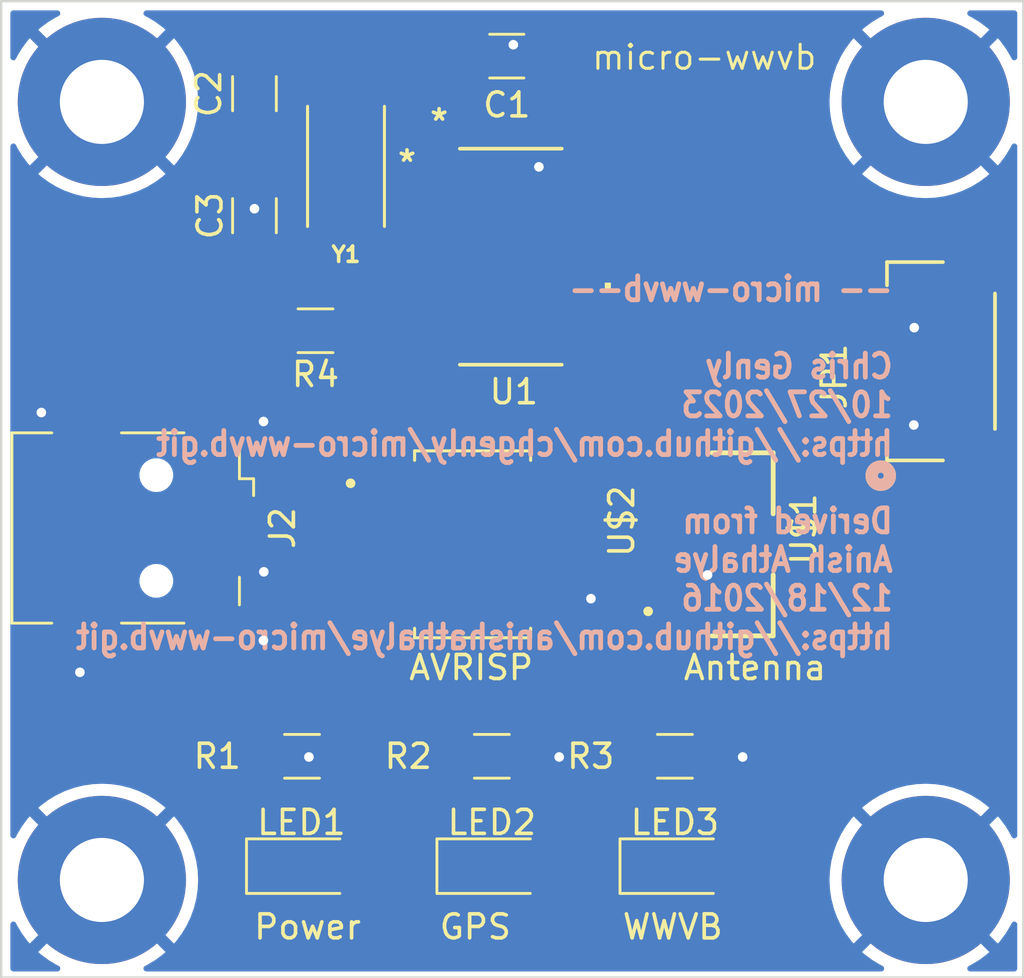
<source format=kicad_pcb>
(kicad_pcb (version 20221018) (generator pcbnew)
  (layers (0 "F.Cu" signal) (31 "B.Cu" signal) (34 "B.Paste" user) (35 "F.Paste" user) (36 "B.SilkS" user "B.Silkscreen") (37 "F.SilkS" user "F.Silkscreen") (38 "B.Mask" user) (39 "F.Mask" user) (44 "Edge.Cuts" user))
  (net 0 "")
  (net 1 "GND")
  (net 3 "VCC")
  (net 4 "Net-(U1-XTAL1{slash}PB0)")
  (net 5 "Net-(U1-XTAL2{slash}PB1)")
  (net 10 "Net-(U1-PA2)")
  (net 11 "Net-(U1-PA3)")
  (net 13 "Net-(LED1-K)")
  (net 14 "Net-(LED2-K)")
  (net 15 "Net-(LED2-A)")
  (net 16 "Net-(LED3-K)")
  (net 17 "Net-(LED3-A)")
  (net 18 "Net-(U1-~{RESET}{slash}PB3)")
  (net 19 "Net-(U1-PA5)")
  (net 20 "Net-(U1-PA6)")
  (net 21 "Net-(U1-PA4)")
  (footprint "Capacitor_SMD:C_1206_3216Metric_Pad1.33x1.80mm_HandSolder" (layer "F.Cu") (at 154.0125 50.8)
    (fp_text reference "C1" (at 0 2.032) (layer "F.SilkS"))
    (fp_text value "1 uF")
    (fp_line (start -0.711252 -0.91) (end 0.711252 -0.91) (stroke (width 0.12)) (layer "F.SilkS"))
    (fp_line (start -0.711252 0.91) (end 0.711252 0.91) (stroke (width 0.12)) (layer "F.SilkS"))
    (pad "1" smd roundrect (at -1.5625 0) (size 1.325 1.8) (layers "F.Cu" "F.Paste" "F.Mask") (roundrect_rratio 0.188679) (net 3 "VCC"))
    (pad "2" smd roundrect (at 1.5625 0) (size 1.325 1.8) (layers "F.Cu" "F.Paste" "F.Mask") (roundrect_rratio 0.188679) (net 1 "GND"))
  )
  (footprint "LED_SMD:LED_1206_3216Metric" (layer "F.Cu") (at 161.01 84.5149)
    (fp_text reference "LED3" (at 0 -1.82) (layer "F.SilkS"))
    (fp_text value "Blue(WWVB)")
    (fp_line (start -2.285 -1.135) (end -2.285 1.135) (stroke (width 0.12)) (layer "F.SilkS"))
    (fp_line (start -2.285 1.135) (end 1.6 1.135) (stroke (width 0.12)) (layer "F.SilkS"))
    (fp_line (start 1.6 -1.135) (end -2.285 -1.135) (stroke (width 0.12)) (layer "F.SilkS"))
    (pad "1" smd roundrect (at -1.4 0) (size 1.25 1.75) (layers "F.Cu" "F.Paste" "F.Mask") (roundrect_rratio 0.2) (net 16 "Net-(LED3-K)"))
    (pad "2" smd roundrect (at 1.4 0) (size 1.25 1.75) (layers "F.Cu" "F.Paste" "F.Mask") (roundrect_rratio 0.2) (net 17 "Net-(LED3-A)"))
  )
  (footprint "local-ispsmd:AMPHENOL_10125394-T0803ALF" (layer "F.Cu") (at 152.59 71.12 -90)
    (fp_text reference "U$2" (at -0.965 -6.205 -90) (layer "F.SilkS"))
    (fp_text value "10125394-T0803ALF")
    (fp_line (start -3.89 -2.415) (end -3.495 -2.415) (stroke (width 0.127)) (layer "F.SilkS"))
    (fp_line (start -3.89 2.415) (end -3.89 -2.415) (stroke (width 0.127)) (layer "F.SilkS"))
    (fp_line (start -3.495 2.415) (end -3.89 2.415) (stroke (width 0.127)) (layer "F.SilkS"))
    (fp_line (start 3.495 -2.415) (end 3.89 -2.415) (stroke (width 0.127)) (layer "F.SilkS"))
    (fp_line (start 3.89 -2.415) (end 3.89 2.415) (stroke (width 0.127)) (layer "F.SilkS"))
    (fp_line (start 3.89 2.415) (end 3.495 2.415) (stroke (width 0.127)) (layer "F.SilkS"))
    (fp_circle (center -2.54 5.08) (end -2.44 5.08) (stroke (width 0.2)) (fill none) (layer "F.SilkS"))
    (pad "A01" smd rect (at -2.54 2.73 270) (size 1.27 3.18) (layers "F.Cu" "F.Paste" "F.Mask") (net 19 "Net-(U1-PA5)"))
    (pad "A02" smd rect (at 0 2.73 270) (size 1.27 3.18) (layers "F.Cu" "F.Paste" "F.Mask") (net 21 "Net-(U1-PA4)"))
    (pad "A03" smd rect (at 2.54 2.73 270) (size 1.27 3.18) (layers "F.Cu" "F.Paste" "F.Mask") (net 18 "Net-(U1-~{RESET}{slash}PB3)"))
    (pad "B01" smd rect (at -2.54 -2.73 270) (size 1.27 3.18) (layers "F.Cu" "F.Paste" "F.Mask") (net 3 "VCC"))
    (pad "B02" smd rect (at 0 -2.73 270) (size 1.27 3.18) (layers "F.Cu" "F.Paste" "F.Mask") (net 20 "Net-(U1-PA6)"))
    (pad "B03" smd rect (at 2.54 -2.73 270) (size 1.27 3.18) (layers "F.Cu" "F.Paste" "F.Mask") (net 1 "GND"))
  )
  (footprint "local-SM06B_SRSS_TB:CONN_SM06B-SRSS-TB_JST" (layer "F.Cu") (at 172.085 63.5 90)
    (fp_text reference "JP1" (at -0.635 -4.445 90 unlocked) (layer "F.SilkS"))
    (fp_text value "SM06B-SRSS-TB")
    (fp_circle (center -4.7625 -2.506701) (end -4.3815 -2.506701) (stroke (width 0.508)) (fill none) (layer "B.SilkS"))
    (fp_line (start -4.1275 -2.2479) (end -4.1275 0.08306) (stroke (width 0.1524)) (layer "F.SilkS"))
    (fp_line (start -3.16294 -2.2479) (end -4.1275 -2.2479) (stroke (width 0.1524)) (layer "F.SilkS"))
    (fp_line (start -2.81956 2.2479) (end 2.81956 2.2479) (stroke (width 0.1524)) (layer "F.SilkS"))
    (fp_line (start 4.1275 -2.2479) (end 3.16294 -2.2479) (stroke (width 0.1524)) (layer "F.SilkS"))
    (fp_line (start 4.1275 0.08306) (end 4.1275 -2.2479) (stroke (width 0.1524)) (layer "F.SilkS"))
    (fp_circle (center -4.7625 -2.506701) (end -4.3815 -2.506701) (stroke (width 0.508)) (fill none) (layer "F.SilkS"))
    (pad "1" smd rect (at -2.5 -2.506701 90) (size 0.6604 1.5494) (layers "F.Cu" "F.Paste" "F.Mask") (net 1 "GND"))
    (pad "2" smd rect (at -1.5 -2.506701 90) (size 0.6604 1.5494) (layers "F.Cu" "F.Paste" "F.Mask") (net 3 "VCC"))
    (pad "3" smd rect (at -0.499999 -2.506701 90) (size 0.6604 1.5494) (layers "F.Cu" "F.Paste" "F.Mask") (net 11 "Net-(U1-PA3)"))
    (pad "4" smd rect (at 0.499999 -2.506701 90) (size 0.6604 1.5494) (layers "F.Cu" "F.Paste" "F.Mask") (net 10 "Net-(U1-PA2)"))
    (pad "5" smd rect (at 1.5 -2.506701 90) (size 0.6604 1.5494) (layers "F.Cu" "F.Paste" "F.Mask") (net 1 "GND"))
    (pad "6" smd rect (at 2.5 -2.506701 90) (size 0.6604 1.5494) (layers "F.Cu" "F.Paste" "F.Mask"))
    (pad "7" smd rect (at -3.8 1.3683 180) (size 1.905 1.2954) (layers "F.Cu" "F.Paste" "F.Mask"))
    (pad "8" smd rect (at 3.8 1.3683 180) (size 1.905 1.2954) (layers "F.Cu" "F.Paste" "F.Mask"))
  )
  (footprint "Capacitor_SMD:C_1206_3216Metric_Pad1.33x1.80mm_HandSolder" (layer "F.Cu") (at 143.51 52.3625 -90)
    (fp_text reference "C2" (at 0 1.905 -90) (layer "F.SilkS"))
    (fp_text value "10pF")
    (fp_line (start -0.711252 -0.91) (end 0.711252 -0.91) (stroke (width 0.12)) (layer "F.SilkS"))
    (fp_line (start -0.711252 0.91) (end 0.711252 0.91) (stroke (width 0.12)) (layer "F.SilkS"))
    (pad "1" smd roundrect (at -1.5625 0 270) (size 1.325 1.8) (layers "F.Cu" "F.Paste" "F.Mask") (roundrect_rratio 0.188679) (net 4 "Net-(U1-XTAL1{slash}PB0)"))
    (pad "2" smd roundrect (at 1.5625 0 270) (size 1.325 1.8) (layers "F.Cu" "F.Paste" "F.Mask") (roundrect_rratio 0.188679) (net 1 "GND"))
  )
  (footprint "Resistor_SMD:R_1206_3216Metric_Pad1.30x1.75mm_HandSolder" (layer "F.Cu") (at 153.39 79.9429 180)
    (fp_text reference "R2" (at 3.478 0 180) (layer "F.SilkS"))
    (fp_text value "1k")
    (fp_line (start -0.727064 -0.91) (end 0.727064 -0.91) (stroke (width 0.12)) (layer "F.SilkS"))
    (fp_line (start -0.727064 0.91) (end 0.727064 0.91) (stroke (width 0.12)) (layer "F.SilkS"))
    (pad "1" smd roundrect (at -1.55 0 180) (size 1.3 1.75) (layers "F.Cu" "F.Paste" "F.Mask") (roundrect_rratio 0.192308) (net 1 "GND"))
    (pad "2" smd roundrect (at 1.55 0 180) (size 1.3 1.75) (layers "F.Cu" "F.Paste" "F.Mask") (roundrect_rratio 0.192308) (net 14 "Net-(LED2-K)"))
  )
  (footprint "Resistor_SMD:R_1206_3216Metric_Pad1.30x1.75mm_HandSolder" (layer "F.Cu") (at 161.01 79.9429 180)
    (fp_text reference "R3" (at 3.504 0 180) (layer "F.SilkS"))
    (fp_text value "1k")
    (fp_line (start -0.727064 -0.91) (end 0.727064 -0.91) (stroke (width 0.12)) (layer "F.SilkS"))
    (fp_line (start -0.727064 0.91) (end 0.727064 0.91) (stroke (width 0.12)) (layer "F.SilkS"))
    (pad "1" smd roundrect (at -1.55 0 180) (size 1.3 1.75) (layers "F.Cu" "F.Paste" "F.Mask") (roundrect_rratio 0.192308) (net 1 "GND"))
    (pad "2" smd roundrect (at 1.55 0 180) (size 1.3 1.75) (layers "F.Cu" "F.Paste" "F.Mask") (roundrect_rratio 0.192308) (net 16 "Net-(LED3-K)"))
  )
  (footprint "LED_SMD:LED_1206_3216Metric" (layer "F.Cu") (at 145.464 84.5149)
    (fp_text reference "LED1" (at 0 -1.82) (layer "F.SilkS"))
    (fp_text value "Red(Power)")
    (fp_line (start -2.285 -1.135) (end -2.285 1.135) (stroke (width 0.12)) (layer "F.SilkS"))
    (fp_line (start -2.285 1.135) (end 1.6 1.135) (stroke (width 0.12)) (layer "F.SilkS"))
    (fp_line (start 1.6 -1.135) (end -2.285 -1.135) (stroke (width 0.12)) (layer "F.SilkS"))
    (pad "1" smd roundrect (at -1.4 0) (size 1.25 1.75) (layers "F.Cu" "F.Paste" "F.Mask") (roundrect_rratio 0.2) (net 13 "Net-(LED1-K)"))
    (pad "2" smd roundrect (at 1.4 0) (size 1.25 1.75) (layers "F.Cu" "F.Paste" "F.Mask") (roundrect_rratio 0.2) (net 3 "VCC"))
  )
  (footprint "Capacitor_SMD:C_1206_3216Metric_Pad1.33x1.80mm_HandSolder" (layer "F.Cu") (at 143.51 57.4425 90)
    (fp_text reference "C3" (at 0 -1.85 90) (layer "F.SilkS"))
    (fp_text value "10pF")
    (fp_line (start -0.711252 -0.91) (end 0.711252 -0.91) (stroke (width 0.12)) (layer "F.SilkS"))
    (fp_line (start -0.711252 0.91) (end 0.711252 0.91) (stroke (width 0.12)) (layer "F.SilkS"))
    (pad "1" smd roundrect (at -1.5625 0 90) (size 1.325 1.8) (layers "F.Cu" "F.Paste" "F.Mask") (roundrect_rratio 0.188679) (net 5 "Net-(U1-XTAL2{slash}PB1)"))
    (pad "2" smd roundrect (at 1.5625 0 90) (size 1.325 1.8) (layers "F.Cu" "F.Paste" "F.Mask") (roundrect_rratio 0.188679) (net 1 "GND"))
  )
  (footprint "MountingHole:MountingHole_3.5mm_Pad" (layer "F.Cu") (at 137.16 85.09)
    (fp_text reference "H3" hide)
    (fp_text value "MountingHole_Pad" hide)
    (pad "1" thru_hole circle (at 0 0) (size 7 7) (drill 3.5) (layers "*.Cu" "*.Mask") (net 1 "GND"))
  )
  (footprint "LED_SMD:LED_1206_3216Metric" (layer "F.Cu") (at 153.39 84.5149)
    (fp_text reference "LED2" (at 0 -1.82) (layer "F.SilkS"))
    (fp_text value "Green(GPS)")
    (fp_line (start -2.285 -1.135) (end -2.285 1.135) (stroke (width 0.12)) (layer "F.SilkS"))
    (fp_line (start -2.285 1.135) (end 1.6 1.135) (stroke (width 0.12)) (layer "F.SilkS"))
    (fp_line (start 1.6 -1.135) (end -2.285 -1.135) (stroke (width 0.12)) (layer "F.SilkS"))
    (pad "1" smd roundrect (at -1.4 0) (size 1.25 1.75) (layers "F.Cu" "F.Paste" "F.Mask") (roundrect_rratio 0.2) (net 14 "Net-(LED2-K)"))
    (pad "2" smd roundrect (at 1.4 0) (size 1.25 1.75) (layers "F.Cu" "F.Paste" "F.Mask") (roundrect_rratio 0.2) (net 15 "Net-(LED2-A)"))
  )
  (footprint "local-attiny:14S1_ATM-M" (layer "F.Cu") (at 154.1807 59.148)
    (fp_text reference "U1" (at 0.1243 5.622 unlocked) (layer "F.SilkS"))
    (fp_text value "ATtiny44A")
    (fp_text user "*" (at -4.3207 -3.903) (layer "F.SilkS"))
    (fp_text user "*" (at -2.9845 -5.6134 unlocked) (layer "F.SilkS"))
    (fp_line (start -2.1209 4.4958) (end 2.1209 4.4958) (stroke (width 0.1524)) (layer "F.SilkS"))
    (fp_line (start 2.1209 -4.4958) (end -2.1209 -4.4958) (stroke (width 0.1524)) (layer "F.SilkS"))
    (fp_poly (pts (xy 4.1656 1.0795) (xy 4.1656 1.4605) (xy 3.9116 1.4605) (xy 3.9116 1.0795)) (fill solid) (layer "F.SilkS"))
    (pad "1" smd rect (at -2.7305 -3.81) (size 1.8542 0.6604) (layers "F.Cu" "F.Paste" "F.Mask") (net 3 "VCC"))
    (pad "2" smd rect (at -2.7305 -2.54) (size 1.8542 0.6604) (layers "F.Cu" "F.Paste" "F.Mask") (net 4 "Net-(U1-XTAL1{slash}PB0)"))
    (pad "3" smd rect (at -2.7305 -1.27) (size 1.8542 0.6604) (layers "F.Cu" "F.Paste" "F.Mask") (net 5 "Net-(U1-XTAL2{slash}PB1)"))
    (pad "4" smd rect (at -2.7305 0) (size 1.8542 0.6604) (layers "F.Cu" "F.Paste" "F.Mask") (net 18 "Net-(U1-~{RESET}{slash}PB3)"))
    (pad "5" smd rect (at -2.7305 1.27) (size 1.8542 0.6604) (layers "F.Cu" "F.Paste" "F.Mask"))
    (pad "6" smd rect (at -2.7305 2.54) (size 1.8542 0.6604) (layers "F.Cu" "F.Paste" "F.Mask") (net 17 "Net-(LED3-A)"))
    (pad "7" smd rect (at -2.7305 3.81) (size 1.8542 0.6604) (layers "F.Cu" "F.Paste" "F.Mask") (net 20 "Net-(U1-PA6)"))
    (pad "8" smd rect (at 2.7305 3.81) (size 1.8542 0.6604) (layers "F.Cu" "F.Paste" "F.Mask") (net 19 "Net-(U1-PA5)"))
    (pad "9" smd rect (at 2.7305 2.54) (size 1.8542 0.6604) (layers "F.Cu" "F.Paste" "F.Mask") (net 21 "Net-(U1-PA4)"))
    (pad "10" smd rect (at 2.7305 1.27) (size 1.8542 0.6604) (layers "F.Cu" "F.Paste" "F.Mask") (net 11 "Net-(U1-PA3)"))
    (pad "11" smd rect (at 2.7305 0) (size 1.8542 0.6604) (layers "F.Cu" "F.Paste" "F.Mask") (net 10 "Net-(U1-PA2)"))
    (pad "12" smd rect (at 2.7305 -1.27) (size 1.8542 0.6604) (layers "F.Cu" "F.Paste" "F.Mask") (net 15 "Net-(LED2-A)"))
    (pad "13" smd rect (at 2.7305 -2.54) (size 1.8542 0.6604) (layers "F.Cu" "F.Paste" "F.Mask"))
    (pad "14" smd rect (at 2.7305 -3.81) (size 1.8542 0.6604) (layers "F.Cu" "F.Paste" "F.Mask") (net 1 "GND"))
  )
  (footprint "local-2_pin_header:SAMTEC_TSM-103-01-T-SV-002" (layer "F.Cu") (at 163.83 71.12 -90)
    (fp_text reference "U$1" (at -0.635 -2.54 90) (layer "F.SilkS"))
    (fp_text value "TSM-103-01-T-SV-002")
    (fp_line (start -3.81 -1.27) (end -1.27 -1.27) (stroke (width 0.2)) (layer "F.SilkS"))
    (fp_line (start -3.81 1.27) (end -3.81 -1.27) (stroke (width 0.2)) (layer "F.SilkS"))
    (fp_line (start 1.27 -1.27) (end 3.81 -1.27) (stroke (width 0.2)) (layer "F.SilkS"))
    (fp_line (start 3.81 -1.27) (end 3.81 1.27) (stroke (width 0.2)) (layer "F.SilkS"))
    (fp_circle (center 2.79 3.935) (end 2.89 3.935) (stroke (width 0.2)) (fill none) (layer "F.SilkS"))
    (pad "01" smd rect (at 2.54 1.46 270) (size 1.27 3.43) (layers "F.Cu" "F.Paste" "F.Mask") (net 1 "GND"))
    (pad "03" smd rect (at -2.54 1.46 270) (size 1.27 3.43) (layers "F.Cu" "F.Paste" "F.Mask") (net 19 "Net-(U1-PA5)"))
  )
  (footprint "MountingHole:MountingHole_3.5mm_Pad" (layer "F.Cu") (at 171.45 52.705)
    (fp_text reference "H2" hide)
    (fp_text value "MountingHole_Pad" hide)
    (pad "1" thru_hole circle (at 0 0) (size 7 7) (drill 3.5) (layers "*.Cu" "*.Mask") (net 1 "GND"))
  )
  (footprint "Resistor_SMD:R_1206_3216Metric_Pad1.30x1.75mm_HandSolder" (layer "F.Cu") (at 145.49 79.9429 180)
    (fp_text reference "R1" (at 3.53 0 180) (layer "F.SilkS"))
    (fp_text value "1k")
    (fp_line (start -0.727064 -0.91) (end 0.727064 -0.91) (stroke (width 0.12)) (layer "F.SilkS"))
    (fp_line (start -0.727064 0.91) (end 0.727064 0.91) (stroke (width 0.12)) (layer "F.SilkS"))
    (pad "1" smd roundrect (at -1.55 0 180) (size 1.3 1.75) (layers "F.Cu" "F.Paste" "F.Mask") (roundrect_rratio 0.192308) (net 1 "GND"))
    (pad "2" smd roundrect (at 1.55 0 180) (size 1.3 1.75) (layers "F.Cu" "F.Paste" "F.Mask") (roundrect_rratio 0.192308) (net 13 "Net-(LED1-K)"))
  )
  (footprint "Connector_USB:USB_Mini-B_Wuerth_65100516121_Horizontal" (layer "F.Cu") (at 139.425 70.44 -90)
    (fp_text reference "J2" (at 0 -5.25 -90) (layer "F.SilkS"))
    (fp_text value "USB_B_Mini")
    (fp_line (start -3.96 1.45) (end -3.96 -1.15) (stroke (width 0.12)) (layer "F.SilkS"))
    (fp_line (start -3.96 4.35) (end -3.96 6.01) (stroke (width 0.12)) (layer "F.SilkS"))
    (fp_line (start -3.96 6.01) (end 3.96 6.01) (stroke (width 0.12)) (layer "F.SilkS"))
    (fp_line (start -3.2 -3.46) (end -2.05 -3.46) (stroke (width 0.12)) (layer "F.SilkS"))
    (fp_line (start -2.05 -4.05) (end -1.35 -4.05) (stroke (width 0.12)) (layer "F.SilkS"))
    (fp_line (start -2.05 -3.46) (end -2.05 -4.05) (stroke (width 0.12)) (layer "F.SilkS"))
    (fp_line (start 2.05 -3.46) (end 3.2 -3.46) (stroke (width 0.12)) (layer "F.SilkS"))
    (fp_line (start 3.96 -1.15) (end 3.96 1.45) (stroke (width 0.12)) (layer "F.SilkS"))
    (fp_line (start 3.96 6.01) (end 3.96 4.35) (stroke (width 0.12)) (layer "F.SilkS"))
    (pad "" np_thru_hole circle (at -2.2 0 270) (size 0.9 0.9) (drill 0.9) (layers "*.Cu" "*.Mask"))
    (pad "" np_thru_hole circle (at 2.2 0 270) (size 0.9 0.9) (drill 0.9) (layers "*.Cu" "*.Mask"))
    (pad "1" smd rect (at -1.6 -2.6 270) (size 0.5 2.5) (layers "F.Cu" "F.Paste" "F.Mask") (net 3 "VCC"))
    (pad "2" smd rect (at -0.8 -2.6 270) (size 0.5 2.5) (layers "F.Cu" "F.Paste" "F.Mask"))
    (pad "3" smd rect (at 0 -2.6 270) (size 0.5 2.5) (layers "F.Cu" "F.Paste" "F.Mask"))
    (pad "4" smd rect (at 0.8 -2.6 270) (size 0.5 2.5) (layers "F.Cu" "F.Paste" "F.Mask"))
    (pad "5" smd rect (at 1.6 -2.6 270) (size 0.5 2.5) (layers "F.Cu" "F.Paste" "F.Mask") (net 1 "GND"))
    (pad "6" smd rect (at -4.4 -2.6 270) (size 2 2.5) (layers "F.Cu" "F.Paste" "F.Mask") (net 1 "GND"))
    (pad "6" smd rect (at -4.4 2.9 270) (size 2 2.5) (layers "F.Cu" "F.Paste" "F.Mask") (net 1 "GND"))
    (pad "6" smd rect (at 4.4 -2.6 270) (size 2 2.5) (layers "F.Cu" "F.Paste" "F.Mask") (net 1 "GND"))
    (pad "6" smd rect (at 4.4 2.9 270) (size 2 2.5) (layers "F.Cu" "F.Paste" "F.Mask") (net 1 "GND"))
  )
  (footprint "Resistor_SMD:R_1206_3216Metric_Pad1.30x1.75mm_HandSolder" (layer "F.Cu") (at 146.05 62.23 180)
    (fp_text reference "R4" (at 0 -1.82 180) (layer "F.SilkS"))
    (fp_text value "10k")
    (fp_line (start -0.727064 -0.91) (end 0.727064 -0.91) (stroke (width 0.12)) (layer "F.SilkS"))
    (fp_line (start -0.727064 0.91) (end 0.727064 0.91) (stroke (width 0.12)) (layer "F.SilkS"))
    (pad "1" smd roundrect (at -1.55 0 180) (size 1.3 1.75) (layers "F.Cu" "F.Paste" "F.Mask") (roundrect_rratio 0.192308) (net 18 "Net-(U1-~{RESET}{slash}PB3)"))
    (pad "2" smd roundrect (at 1.55 0 180) (size 1.3 1.75) (layers "F.Cu" "F.Paste" "F.Mask") (roundrect_rratio 0.192308) (net 3 "VCC"))
  )
  (footprint "MountingHole:MountingHole_3.5mm_Pad" (layer "F.Cu") (at 137.16 52.705)
    (fp_text reference "H1" hide)
    (fp_text value "MountingHole_Pad" hide)
    (pad "1" thru_hole circle (at 0 0) (size 7 7) (drill 3.5) (layers "*.Cu" "*.Mask") (net 1 "GND"))
  )
  (footprint "local-crystal:XTAL_ABM3-20.000MHZ-B2-T" (layer "F.Cu") (at 147.32 55.39 -90)
    (fp_text reference "Y1" (at 3.665 0 -180) (layer "F.SilkS") (effects (font (size 0.64 0.64))))
    (fp_text value "Crystal")
    (fp_line (start -2.5 -1.6) (end 2.5 -1.6) (stroke (width 0.127)) (layer "F.SilkS"))
    (fp_line (start -2.5 1.6) (end 2.5 1.6) (stroke (width 0.127)) (layer "F.SilkS"))
    (pad "1" smd rect (at -2.05 0 270) (size 1.9 2.4) (layers "F.Cu" "F.Paste" "F.Mask") (net 4 "Net-(U1-XTAL1{slash}PB0)"))
    (pad "2" smd rect (at 2.05 0 270) (size 1.9 2.4) (layers "F.Cu" "F.Paste" "F.Mask") (net 5 "Net-(U1-XTAL2{slash}PB1)"))
  )
  (footprint "MountingHole:MountingHole_3.5mm_Pad" (layer "F.Cu") (at 171.45 85.09)
    (fp_text reference "H4" hide)
    (fp_text value "MountingHole_Pad" hide)
    (pad "1" thru_hole circle (at 0 0) (size 7 7) (drill 3.5) (layers "*.Cu" "*.Mask") (net 1 "GND"))
  )
  (gr_rect (start 132.969 48.514) (end 175.514 89.154) (stroke (width 0.1)) (fill none) (layer "Edge.Cuts"))
  (gr_text "-- micro-wwvb--\n\nChris Genly\n10/27/2023\nhttps://github.com/chgenly/micro-wwvb.git\n\nDerived from\nAnish Athalye\n12/18/2016\nhttps://github.com/anishathalye/micro-wwvb.git" (at 170.18 75.565) (layer "B.SilkS") (effects (font (size 1 0.9) (thickness 0.2) bold) (justify left bottom mirror)))
  (gr_text "AVRISP" (at 149.86 76.835) (layer "F.SilkS") (effects (font (size 1 1)) (justify left bottom)))
  (gr_text "WWVB" (at 158.75 87.63) (layer "F.SilkS") (effects (font (size 1 1)) (justify left bottom)))
  (gr_text "Power" (at 143.4069 87.63) (layer "F.SilkS") (effects (font (size 1 1)) (justify left bottom)))
  (gr_text "micro-wwvb\n" (at 157.48 51.435) (layer "F.SilkS") (effects (font (size 1 1.016) (thickness 0.127)) (justify left bottom)))
  (gr_text "GPS" (at 151.13 87.63) (layer "F.SilkS") (effects (font (size 1 1)) (justify left bottom)))
  (gr_text "Antenna" (at 161.29 76.835) (layer "F.SilkS") (effects (font (size 1 1)) (justify left bottom)))
  (segment (start 143.8881 66.0086) (end 143.6333 66.0086) (width 0.25) (layer "F.Cu") (net 1))
  (segment (start 143.51 55.88) (end 143.51 53.925) (width 0.25) (layer "F.Cu") (net 1))
  (segment (start 155.32 73.66) (end 157.2369 73.66) (width 0.25) (layer "F.Cu") (net 1))
  (segment (start 154.2844 50.325) (end 155.1 50.325) (width 0.25) (layer "F.Cu") (net 1))
  (segment (start 156.9112 55.338) (end 155.6572 55.338) (width 0.25) (layer "F.Cu") (net 1))
  (segment (start 155.5858 55.4094) (end 155.3496 55.4094) (width 0.25) (layer "F.Cu") (net 1))
  (segment (start 154.9691 79.972) (end 154.94 79.9429) (width 0.25) (layer "F.Cu") (net 1))
  (segment (start 147.0106 79.9723) (end 145.7772 79.9723) (width 0.25) (layer "F.Cu") (net 1))
  (segment (start 170.9724 62.1026) (end 170.7825 62.1026) (width 0.25) (layer "F.Cu") (net 1))
  (segment (start 143.901 72.265) (end 143.8269 72.265) (width 0.25) (layer "F.Cu") (net 1))
  (segment (start 136.525 76.1669) (end 136.2453 76.4466) (width 0.25) (layer "F.Cu") (net 1))
  (segment (start 169.5783 62) (end 170.6799 62) (width 0.25) (layer "F.Cu") (net 1))
  (segment (start 142.025 74.84) (end 143.6019 74.84) (width 0.25) (layer "F.Cu") (net 1))
  (segment (start 134.6402 65.634) (end 134.9481 65.9419) (width 0.25) (layer "F.Cu") (net 1))
  (segment (start 156.1936 79.972) (end 154.9691 79.972) (width 0.25) (layer "F.Cu") (net 1))
  (segment (start 134.9481 65.9419) (end 134.9481 66.04) (width 0.25) (layer "F.Cu") (net 1))
  (segment (start 143.51 57.1522) (end 143.51 55.88) (width 0.25) (layer "F.Cu") (net 1))
  (segment (start 142.025 66.04) (end 143.6019 66.04) (width 0.25) (layer "F.Cu") (net 1))
  (segment (start 136.525 74.84) (end 136.525 76.1669) (width 0.25) (layer "F.Cu") (net 1))
  (segment (start 143.6333 66.0086) (end 143.6019 66.04) (width 0.25) (layer "F.Cu") (net 1))
  (segment (start 163.8307 79.972) (end 162.5891 79.972) (width 0.25) (layer "F.Cu") (net 1))
  (segment (start 136.525 66.04) (end 134.9481 66.04) (width 0.25) (layer "F.Cu") (net 1))
  (segment (start 162.5891 79.972) (end 162.56 79.9429) (width 0.25) (layer "F.Cu") (net 1))
  (segment (start 143.8833 75.1214) (end 143.6019 74.84) (width 0.25) (layer "F.Cu") (net 1))
  (segment (start 170.9553 66.1537) (end 170.8336 66.1537) (width 0.25) (layer "F.Cu") (net 1))
  (segment (start 147.04 79.9429) (end 147.0106 79.9723) (width 0.25) (layer "F.Cu") (net 1))
  (segment (start 155.6572 55.338) (end 155.5858 55.4094) (width 0.25) (layer "F.Cu") (net 1))
  (segment (start 162.37 72.3943) (end 162.37 73.66) (width 0.25) (layer "F.Cu") (net 1))
  (segment (start 142.025 72.04) (end 143.6019 72.04) (width 0.25) (layer "F.Cu") (net 1))
  (segment (start 170.8336 66.1537) (end 170.6799 66) (width 0.25) (layer "F.Cu") (net 1))
  (segment (start 169.5783 66) (end 170.6799 66) (width 0.25) (layer "F.Cu") (net 1))
  (segment (start 157.5153 73.3816) (end 157.2369 73.66) (width 0.25) (layer "F.Cu") (net 1))
  (segment (start 170.7825 62.1026) (end 170.6799 62) (width 0.25) (layer "F.Cu") (net 1))
  (segment (start 143.8269 72.265) (end 143.6019 72.04) (width 0.25) (layer "F.Cu") (net 1))
  (segment (start 155.1 50.325) (end 155.575 50.8) (width 0.25) (layer "F.Cu") (net 1))
  (via (at 170.9553 66.1537) (size 0.8) (drill 0.4) (layers "F.Cu" "B.Cu") (net 1))
  (via (at 163.8307 79.972) (size 0.8) (drill 0.4) (layers "F.Cu" "B.Cu") (net 1))
  (via (at 143.8833 75.1214) (size 0.8) (drill 0.4) (layers "F.Cu" "B.Cu") (net 1))
  (via (at 143.8881 66.0086) (size 0.8) (drill 0.4) (layers "F.Cu" "B.Cu") (net 1))
  (via (at 157.5153 73.3816) (size 0.8) (drill 0.4) (layers "F.Cu" "B.Cu") (net 1))
  (via (at 136.2453 76.4466) (size 0.8) (drill 0.4) (layers "F.Cu" "B.Cu") (net 1))
  (via (at 155.3496 55.4094) (size 0.8) (drill 0.4) (layers "F.Cu" "B.Cu") (net 1))
  (via (at 170.9724 62.1026) (size 0.8) (drill 0.4) (layers "F.Cu" "B.Cu") (net 1))
  (via (at 156.1936 79.972) (size 0.8) (drill 0.4) (layers "F.Cu" "B.Cu") (net 1))
  (via (at 162.37 72.3943) (size 0.8) (drill 0.4) (layers "F.Cu" "B.Cu") (net 1))
  (via (at 143.901 72.265) (size 0.8) (drill 0.4) (layers "F.Cu" "B.Cu") (net 1))
  (via (at 143.51 57.1522) (size 0.8) (drill 0.4) (layers "F.Cu" "B.Cu") (net 1))
  (via (at 134.6402 65.634) (size 0.8) (drill 0.4) (layers "F.Cu" "B.Cu") (net 1))
  (via (at 154.2844 50.325) (size 0.8) (drill 0.4) (layers "F.Cu" "B.Cu") (net 1))
  (via (at 145.7772 79.9723) (size 0.8) (drill 0.4) (layers "F.Cu" "B.Cu") (net 1))
  (segment (start 142.2222 59.9522) (end 144.5 62.23) (width 0.25) (layer "F.Cu") (net 3))
  (segment (start 144.5137 71.0182) (end 148.1174 74.6219) (width 0.25) (layer "F.Cu") (net 3))
  (segment (start 164.2204 69.5419) (end 158.1988 69.5419) (width 0.25) (layer "F.Cu") (net 3))
  (segment (start 158.1988 70.9671) (end 158.1988 69.5419) (width 0.25) (layer "F.Cu") (net 3))
  (segment (start 169.5783 65) (end 168.4767 65) (width 0.25) (layer "F.Cu") (net 3))
  (segment (start 158.1988 69.5419) (end 157.2369 68.58) (width 0.25) (layer "F.Cu") (net 3))
  (segment (start 151.4502 55.338) (end 152.7042 55.338) (width 0.25) (layer "F.Cu") (net 3))
  (segment (start 156.7603 72.4056) (end 158.1988 70.9671) (width 0.25) (layer "F.Cu") (net 3))
  (segment (start 168.4767 65) (end 168.4767 65.2856) (width 0.25) (layer "F.Cu") (net 3))
  (segment (start 143.6019 68.84) (end 144.5137 68.84) (width 0.25) (layer "F.Cu") (net 3))
  (segment (start 142.6062 49.8086) (end 142.2222 50.1926) (width 0.25) (layer "F.Cu") (net 3))
  (segment (start 152.45 50.8) (end 151.4586 49.8086) (width 0.25) (layer "F.Cu") (net 3))
  (segment (start 168.4767 65.2856) (end 164.2204 69.5419) (width 0.25) (layer "F.Cu") (net 3))
  (segment (start 144.6262 68.7275) (end 144.5137 68.84) (width 0.25) (layer "F.Cu") (net 3))
  (segment (start 144.5 62.23) (end 144.6262 62.3562) (width 0.25) (layer "F.Cu") (net 3))
  (segment (start 148.1174 74.6219) (end 148.1174 83.2615) (width 0.25) (layer "F.Cu") (net 3))
  (segment (start 153.8356 72.4056) (end 156.7603 72.4056) (width 0.25) (layer "F.Cu") (net 3))
  (segment (start 151.4586 49.8086) (end 142.6062 49.8086) (width 0.25) (layer "F.Cu") (net 3))
  (segment (start 148.1174 83.2615) (end 146.864 84.5149) (width 0.25) (layer "F.Cu") (net 3))
  (segment (start 152.7042 51.0542) (end 152.7042 55.338) (width 0.25) (layer "F.Cu") (net 3))
  (segment (start 144.6262 62.3562) (end 144.6262 68.7275) (width 0.25) (layer "F.Cu") (net 3))
  (segment (start 142.2222 50.1926) (end 142.2222 59.9522) (width 0.25) (layer "F.Cu") (net 3))
  (segment (start 144.5137 68.84) (end 144.5137 71.0182) (width 0.25) (layer "F.Cu") (net 3))
  (segment (start 152.45 50.8) (end 152.7042 51.0542) (width 0.25) (layer "F.Cu") (net 3))
  (segment (start 155.32 68.58) (end 157.2369 68.58) (width 0.25) (layer "F.Cu") (net 3))
  (segment (start 148.1174 74.6219) (end 151.6193 74.6219) (width 0.25) (layer "F.Cu") (net 3))
  (segment (start 142.025 68.84) (end 143.6019 68.84) (width 0.25) (layer "F.Cu") (net 3))
  (segment (start 151.6193 74.6219) (end 153.8356 72.4056) (width 0.25) (layer "F.Cu") (net 3))
  (segment (start 151.4502 56.608) (end 150.1962 56.608) (width 0.25) (layer "F.Cu") (net 4))
  (segment (start 147.32 52.0631) (end 144.7731 52.0631) (width 0.25) (layer "F.Cu") (net 4))
  (segment (start 148.2051 54.6169) (end 150.1962 56.608) (width 0.25) (layer "F.Cu") (net 4))
  (segment (start 147.32 53.34) (end 147.32 52.0631) (width 0.25) (layer "F.Cu") (net 4))
  (segment (start 147.32 53.9784) (end 147.32 54.6169) (width 0.25) (layer "F.Cu") (net 4))
  (segment (start 147.32 54.6169) (end 148.2051 54.6169) (width 0.25) (layer "F.Cu") (net 4))
  (segment (start 147.32 53.9784) (end 147.32 53.34) (width 0.25) (layer "F.Cu") (net 4))
  (segment (start 144.7731 52.0631) (end 143.51 50.8) (width 0.25) (layer "F.Cu") (net 4))
  (segment (start 149.7582 57.44) (end 147.32 57.44) (width 0.25) (layer "F.Cu") (net 5))
  (segment (start 150.1962 57.878) (end 149.7582 57.44) (width 0.25) (layer "F.Cu") (net 5))
  (segment (start 147.32 57.44) (end 145.075 57.44) (width 0.25) (layer "F.Cu") (net 5))
  (segment (start 151.4502 57.878) (end 150.1962 57.878) (width 0.25) (layer "F.Cu") (net 5))
  (segment (start 145.075 57.44) (end 143.51 59.005) (width 0.25) (layer "F.Cu") (net 5))
  (segment (start 163.356 59.148) (end 167.208 63) (width 0.25) (layer "F.Cu") (net 10))
  (segment (start 156.9112 59.148) (end 163.356 59.148) (width 0.25) (layer "F.Cu") (net 10))
  (segment (start 167.208 63) (end 169.5783 63) (width 0.25) (layer "F.Cu") (net 10))
  (segment (start 166.8721 64) (end 169.5783 64) (width 0.25) (layer "F.Cu") (net 11))
  (segment (start 163.2901 60.418) (end 166.8721 64) (width 0.25) (layer "F.Cu") (net 11))
  (segment (start 156.9112 60.418) (end 163.2901 60.418) (width 0.25) (layer "F.Cu") (net 11))
  (segment (start 144.064 80.0669) (end 144.064 84.5149) (width 0.25) (layer "F.Cu") (net 13))
  (segment (start 143.94 79.9429) (end 144.064 80.0669) (width 0.25) (layer "F.Cu") (net 13))
  (segment (start 151.99 80.0929) (end 151.99 84.5149) (width 0.25) (layer "F.Cu") (net 14))
  (segment (start 151.84 79.9429) (end 151.99 80.0929) (width 0.25) (layer "F.Cu") (net 14))
  (segment (start 159.6334 77.9087) (end 154.79 82.7521) (width 0.25) (layer "F.Cu") (net 15))
  (segment (start 156.9112 57.878) (end 168.0242 57.878) (width 0.25) (layer "F.Cu") (net 15))
  (segment (start 171.6994 67.2189) (end 161.0096 77.9087) (width 0.25) (layer "F.Cu") (net 15))
  (segment (start 161.0096 77.9087) (end 159.6334 77.9087) (width 0.25) (layer "F.Cu") (net 15))
  (segment (start 154.79 82.7521) (end 154.79 84.5149) (width 0.25) (layer "F.Cu") (net 15))
  (segment (start 168.0242 57.878) (end 171.6994 61.5532) (width 0.25) (layer "F.Cu") (net 15))
  (segment (start 171.6994 61.5532) (end 171.6994 67.2189) (width 0.25) (layer "F.Cu") (net 15))
  (segment (start 159.46 79.9429) (end 159.61 80.0929) (width 0.25) (layer "F.Cu") (net 16))
  (segment (start 159.61 80.0929) (end 159.61 84.5149) (width 0.25) (layer "F.Cu") (net 16))
  (segment (start 155.0025 54.6809) (end 165.473 54.6809) (width 0.25) (layer "F.Cu") (net 17))
  (segment (start 152.7042 61.688) (end 152.7042 56.9792) (width 0.25) (layer "F.Cu") (net 17))
  (segment (start 151.4502 61.688) (end 152.7042 61.688) (width 0.25) (layer "F.Cu") (net 17))
  (segment (start 172.1513 74.7736) (end 162.41 84.5149) (width 0.25) (layer "F.Cu") (net 17))
  (segment (start 165.473 54.6809) (end 172.1513 61.3592) (width 0.25) (layer "F.Cu") (net 17))
  (segment (start 152.7042 56.9792) (end 155.0025 54.6809) (width 0.25) (layer "F.Cu") (net 17))
  (segment (start 172.1513 61.3592) (end 172.1513 74.7736) (width 0.25) (layer "F.Cu") (net 17))
  (segment (start 147.9431 73.66) (end 146.9963 72.7132) (width 0.25) (layer "F.Cu") (net 18))
  (segment (start 151.4502 59.148) (end 150.1962 59.148) (width 0.25) (layer "F.Cu") (net 18))
  (segment (start 150.1962 59.6338) (end 147.6 62.23) (width 0.25) (layer "F.Cu") (net 18))
  (segment (start 146.9963 62.8337) (end 147.6 62.23) (width 0.25) (layer "F.Cu") (net 18))
  (segment (start 146.9963 72.7132) (end 146.9963 62.8337) (width 0.25) (layer "F.Cu") (net 18))
  (segment (start 150.1962 59.148) (end 150.1962 59.6338) (width 0.25) (layer "F.Cu") (net 18))
  (segment (start 149.86 73.66) (end 147.9431 73.66) (width 0.25) (layer "F.Cu") (net 18))
  (segment (start 149.86 68.58) (end 151.7769 68.58) (width 0.25) (layer "F.Cu") (net 19))
  (segment (start 158.367 63.6151) (end 158.1652 63.6151) (width 0.25) (layer "F.Cu") (net 19))
  (segment (start 156.9112 62.958) (end 158.1652 62.958) (width 0.25) (layer "F.Cu") (net 19))
  (segment (start 158.1652 63.6151) (end 156.7418 63.6151) (width 0.25) (layer "F.Cu") (net 19))
  (segment (start 156.7418 63.6151) (end 151.7769 68.58) (width 0.25) (layer "F.Cu") (net 19))
  (segment (start 162.37 68.58) (end 162.37 67.6181) (width 0.25) (layer "F.Cu") (net 19))
  (segment (start 162.37 67.6181) (end 158.367 63.6151) (width 0.25) (layer "F.Cu") (net 19))
  (segment (start 158.1652 63.6151) (end 158.1652 62.958) (width 0.25) (layer "F.Cu") (net 19))
  (segment (start 152.4412 72.0819) (end 148.108 72.0819) (width 0.25) (layer "F.Cu") (net 20))
  (segment (start 148.108 72.0819) (end 147.4868 71.4607) (width 0.25) (layer "F.Cu") (net 20))
  (segment (start 155.32 71.12) (end 153.4031 71.12) (width 0.25) (layer "F.Cu") (net 20))
  (segment (start 151.4502 62.958) (end 150.1962 62.958) (width 0.25) (layer "F.Cu") (net 20))
  (segment (start 153.4031 71.12) (end 152.4412 72.0819) (width 0.25) (layer "F.Cu") (net 20))
  (segment (start 147.4868 71.4607) (end 147.4868 65.6674) (width 0.25) (layer "F.Cu") (net 20))
  (segment (start 147.4868 65.6674) (end 150.1962 62.958) (width 0.25) (layer "F.Cu") (net 20))
  (segment (start 156.9112 61.688) (end 155.6572 61.688) (width 0.25) (layer "F.Cu") (net 21))
  (segment (start 155.6572 61.688) (end 151.9546 65.3906) (width 0.25) (layer "F.Cu") (net 21))
  (segment (start 149.86 71.12) (end 147.9431 71.12) (width 0.25) (layer "F.Cu") (net 21))
  (segment (start 151.9546 65.3906) (end 150.2981 65.3906) (width 0.25) (layer "F.Cu") (net 21))
  (segment (start 147.9431 67.7456) (end 147.9431 71.12) (width 0.25) (layer "F.Cu") (net 21))
  (segment (start 150.2981 65.3906) (end 147.9431 67.7456) (width 0.25) (layer "F.Cu") (net 21))
  (zone (net 1) (net_name "GND") (layer "B.Cu") (connect_pads (clearance 0.5)) (min_thickness 0.25) (fill yes (thermal_gap 0.5) (thermal_bridge_width 0.5) (island_removal_mode 1) (island_area_min 9.999999))
    (polygon (pts (xy 133.35 48.895) (xy 133.35 88.9) (xy 175.26 88.9) (xy 175.26 48.895)))
  )
)
</source>
